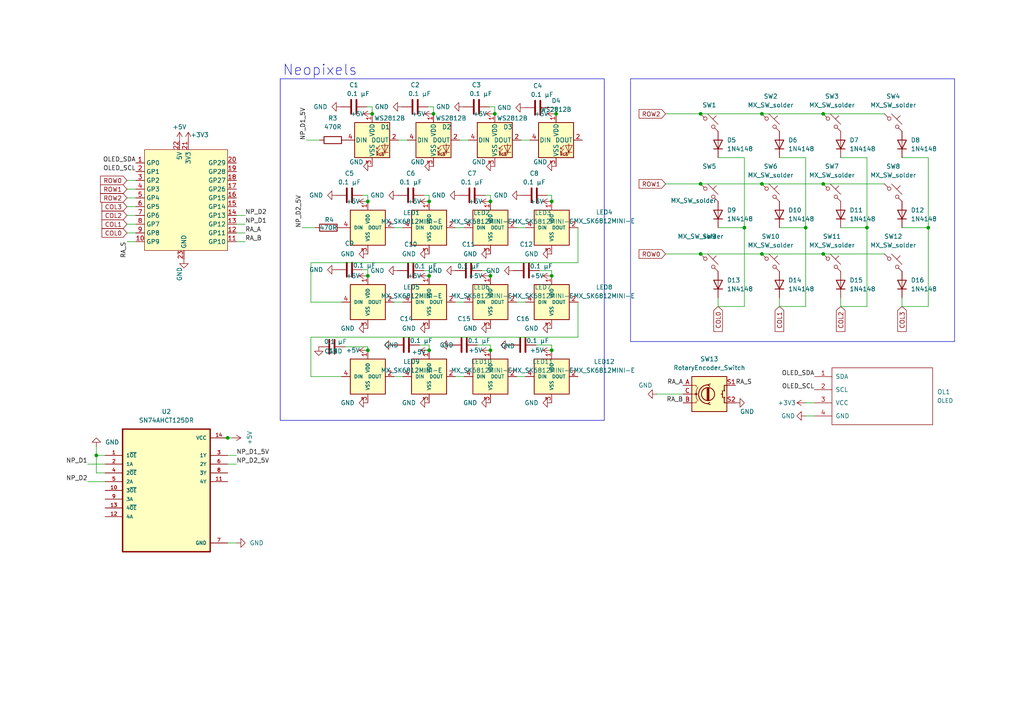
<source format=kicad_sch>
(kicad_sch (version 20230121) (generator eeschema)
  (paper "A4")
  (lib_symbols
    (symbol "Device:C" (pin_numbers hide) (pin_names (offset 0.254))
      (property "Reference" "C" (at 0.635 2.54 0))
      (property "Value" "C" (at 0.635 -2.54 0))
      (symbol "C_0_1"
        (polyline (pts (xy -2.032 -0.762) (xy 2.032 -0.762)) (stroke (width 0.508)))
        (polyline (pts (xy -2.032 0.762) (xy 2.032 0.762)) (stroke (width 0.508)))
      )
      (symbol "C_1_1"
        (pin passive line (at 0 3.81 270) (length 2.794) (name "~") (number "1"))
        (pin passive line (at 0 -3.81 90) (length 2.794) (name "~") (number "2"))
      )
    )
    (symbol "Device:R" (pin_numbers hide) (pin_names (offset 0))
      (property "Reference" "R" (at 2.032 0 90))
      (property "Value" "R" (at 0 0 90))
      (symbol "R_0_1"
        (rectangle (start -1.016 -2.54) (end 1.016 2.54) (stroke (width 0.254)))
      )
      (symbol "R_1_1"
        (pin passive line (at 0 3.81 270) (length 1.27) (name "~") (number "1"))
        (pin passive line (at 0 -3.81 90) (length 1.27) (name "~") (number "2"))
      )
    )
    (symbol "Device:RotaryEncoder_Switch" (pin_names (offset 0.254) hide)
      (property "Reference" "SW" (at 0 6.604 0))
      (property "Value" "RotaryEncoder_Switch" (at 0 -6.604 0))
      (symbol "RotaryEncoder_Switch_0_1"
        (rectangle (start -5.08 5.08) (end 5.08 -5.08) (stroke (width 0.254)) (fill (type background)))
        (circle (center -3.81 0) (radius 0.254) (fill (type outline)))
        (circle (center -0.381 0) (radius 1.905) (stroke (width 0.254)))
        (arc (start -0.381 2.667) (mid -3.0988 -0.0635) (end -0.381 -2.794) (stroke (width 0.254)))
        (polyline (pts (xy -0.635 -1.778) (xy -0.635 1.778)) (stroke (width 0.254)))
        (polyline (pts (xy -0.381 -1.778) (xy -0.381 1.778)) (stroke (width 0.254)))
        (polyline (pts (xy -0.127 1.778) (xy -0.127 -1.778)) (stroke (width 0.254)))
        (polyline (pts (xy 3.81 0) (xy 3.429 0)) (stroke (width 0.254)))
        (polyline (pts (xy 3.81 1.016) (xy 3.81 -1.016)) (stroke (width 0.254)))
        (polyline (pts (xy -5.08 -2.54) (xy -3.81 -2.54) (xy -3.81 -2.032)))
        (polyline (pts (xy -5.08 2.54) (xy -3.81 2.54) (xy -3.81 2.032)))
        (polyline (pts (xy 0.254 -3.048) (xy -0.508 -2.794) (xy 0.127 -2.413)) (stroke (width 0.254)))
        (polyline (pts (xy 0.254 2.921) (xy -0.508 2.667) (xy 0.127 2.286)) (stroke (width 0.254)))
        (polyline (pts (xy 5.08 -2.54) (xy 4.318 -2.54) (xy 4.318 -1.016)) (stroke (width 0.254)))
        (polyline (pts (xy 5.08 2.54) (xy 4.318 2.54) (xy 4.318 1.016)) (stroke (width 0.254)))
        (polyline (pts (xy -5.08 0) (xy -3.81 0) (xy -3.81 -1.016) (xy -3.302 -2.032)))
        (polyline (pts (xy -4.318 0) (xy -3.81 0) (xy -3.81 1.016) (xy -3.302 2.032)))
        (circle (center 4.318 -1.016) (radius 0.127) (stroke (width 0.254)))
        (circle (center 4.318 1.016) (radius 0.127) (stroke (width 0.254)))
      )
      (symbol "RotaryEncoder_Switch_1_1"
        (pin passive line (at -7.62 2.54 0) (length 2.54) (name "A") (number "A"))
        (pin passive line (at -7.62 -2.54 0) (length 2.54) (name "B") (number "B"))
        (pin passive line (at -7.62 0 0) (length 2.54) (name "C") (number "C"))
        (pin passive line (at 7.62 2.54 180) (length 2.54) (name "S1") (number "S1"))
        (pin passive line (at 7.62 -2.54 180) (length 2.54) (name "S2") (number "S2"))
      )
    )
    (symbol "Diode:1N4148" (pin_numbers hide) (pin_names hide)
      (property "Reference" "D" (at 0 2.54 0))
      (property "Value" "1N4148" (at 0 -2.54 0))
      (symbol "1N4148_0_1"
        (polyline (pts (xy -1.27 1.27) (xy -1.27 -1.27)) (stroke (width 0.254)))
        (polyline (pts (xy 1.27 0) (xy -1.27 0)))
        (polyline (pts (xy 1.27 1.27) (xy 1.27 -1.27) (xy -1.27 0) (xy 1.27 1.27)) (stroke (width 0.254)))
      )
      (symbol "1N4148_1_1"
        (pin passive line (at -3.81 0 0) (length 2.54) (name "K") (number "1"))
        (pin passive line (at 3.81 0 180) (length 2.54) (name "A") (number "2"))
      )
    )
    (symbol "LED:WS2812B" (pin_names (offset 0.254))
      (property "Reference" "D" (at 5.08 5.715 0))
      (property "Value" "WS2812B" (at 1.27 -5.715 0))
      (symbol "WS2812B_0_0"
        (text "RGB" (at 2.286 -4.191 0) (effects (font (size 0.762 0.762))))
      )
      (symbol "WS2812B_0_1"
        (polyline (pts (xy 1.27 -3.556) (xy 1.778 -3.556)))
        (polyline (pts (xy 1.27 -2.54) (xy 1.778 -2.54)))
        (polyline (pts (xy 4.699 -3.556) (xy 2.667 -3.556)))
        (polyline (pts (xy 2.286 -2.54) (xy 1.27 -3.556) (xy 1.27 -3.048)))
        (polyline (pts (xy 2.286 -1.524) (xy 1.27 -2.54) (xy 1.27 -2.032)))
        (polyline (pts (xy 3.683 -1.016) (xy 3.683 -3.556) (xy 3.683 -4.064)))
        (polyline (pts (xy 4.699 -1.524) (xy 2.667 -1.524) (xy 3.683 -3.556) (xy 4.699 -1.524)))
        (rectangle (start 5.08 5.08) (end -5.08 -5.08) (stroke (width 0.254)) (fill (type background)))
      )
      (symbol "WS2812B_1_1"
        (pin power_in line (at 0 7.62 270) (length 2.54) (name "VDD") (number "1"))
        (pin output line (at 7.62 0 180) (length 2.54) (name "DOUT") (number "2"))
        (pin power_in line (at 0 -7.62 90) (length 2.54) (name "VSS") (number "3"))
        (pin input line (at -7.62 0 0) (length 2.54) (name "DIN") (number "4"))
      )
    )
    (symbol "SN74AHCT125DR:SN74AHCT125DR" (pin_names (offset 1.016))
      (property "Reference" "U" (at -12.7 18.78 0))
      (property "Value" "SN74AHCT125DR" (at -12.7 -21.78 0))
      (symbol "SN74AHCT125DR_0_0"
        (rectangle (start -12.7 -17.78) (end 12.7 17.78) (stroke (width 0.41)) (fill (type background)))
        (pin input line (at -17.78 10.16 0) (length 5.08) (name "1~{OE}") (number "1"))
        (pin input line (at -17.78 0 0) (length 5.08) (name "3~{OE}") (number "10"))
        (pin output line (at 17.78 2.54 180) (length 5.08) (name "4Y") (number "11"))
        (pin input line (at -17.78 -7.62 0) (length 5.08) (name "4A") (number "12"))
        (pin input line (at -17.78 -5.08 0) (length 5.08) (name "4~{OE}") (number "13"))
        (pin power_in line (at 17.78 15.24 180) (length 5.08) (name "VCC") (number "14"))
        (pin input line (at -17.78 7.62 0) (length 5.08) (name "1A") (number "2"))
        (pin output line (at 17.78 10.16 180) (length 5.08) (name "1Y") (number "3"))
        (pin input line (at -17.78 5.08 0) (length 5.08) (name "2~{OE}") (number "4"))
        (pin input line (at -17.78 2.54 0) (length 5.08) (name "2A") (number "5"))
        (pin output line (at 17.78 7.62 180) (length 5.08) (name "2Y") (number "6"))
        (pin power_in line (at 17.78 -15.24 180) (length 5.08) (name "GND") (number "7"))
        (pin output line (at 17.78 5.08 180) (length 5.08) (name "3Y") (number "8"))
        (pin input line (at -17.78 -2.54 0) (length 5.08) (name "3A") (number "9"))
      )
    )
    (symbol "kbd:OLED" (pin_names (offset 1.016))
      (property "Reference" "OL" (at 0 2.54 0))
      (property "Value" "OLED" (at 0 -1.27 0))
      (symbol "OLED_0_1"
        (rectangle (start -13.97 8.89) (end 15.24 -7.62))
      )
      (symbol "OLED_1_1"
        (pin bidirectional line (at -19.05 6.35 0) (length 5.08) (name "SDA") (number "1"))
        (pin bidirectional line (at -19.05 2.54 0) (length 5.08) (name "SCL") (number "2"))
        (pin power_in line (at -19.05 -1.27 0) (length 5.08) (name "VCC") (number "3"))
        (pin power_in line (at -19.05 -5.08 0) (length 5.08) (name "GND") (number "4"))
      )
    )
    (symbol "kbd:YS-SK6812MINI-E" (pin_names (offset 1.016))
      (property "Reference" "LED" (at 2.54 -7.62 0))
      (property "Value" "YS-SK6812MINI-E" (at 6.35 -6.35 0))
      (symbol "YS-SK6812MINI-E_0_1"
        (rectangle (start -5.08 5.08) (end 5.08 -5.08) (stroke (width 0.254)) (fill (type background)))
      )
      (symbol "YS-SK6812MINI-E_1_1"
        (pin power_in line (at 0 7.62 270) (length 2.54) (name "VDD") (number "1"))
        (pin output line (at 7.62 0 180) (length 2.54) (name "DOUT") (number "2"))
        (pin power_in line (at 0 -7.62 90) (length 2.54) (name "VSS") (number "3"))
        (pin input line (at -7.62 0 0) (length 2.54) (name "DIN") (number "4"))
      )
    )
    (symbol "marbastlib-mx:MX_SW_solder" (pin_numbers hide) (pin_names (offset 1.016) hide)
      (property "Reference" "SW" (at 3.048 1.016 0))
      (property "Value" "MX_SW_solder" (at 0 -3.81 0))
      (symbol "MX_SW_solder_0_1"
        (circle (center -1.1684 1.1684) (radius 0.508))
        (polyline (pts (xy -0.508 2.54) (xy 2.54 -0.508)))
        (polyline (pts (xy 1.016 1.016) (xy 2.032 2.032)))
        (polyline (pts (xy -2.54 2.54) (xy -1.524 1.524) (xy -1.524 1.524)))
        (polyline (pts (xy 1.524 -1.524) (xy 2.54 -2.54) (xy 2.54 -2.54) (xy 2.54 -2.54)))
        (circle (center 1.143 -1.1938) (radius 0.508))
        (pin passive line (at -2.54 2.54 0) (length 0) (name "1") (number "1"))
        (pin passive line (at 2.54 -2.54 180) (length 0) (name "2") (number "2"))
      )
    )
    (symbol "power:+3V3" (power) (pin_names (offset 0))
      (property "Value" "+3V3" (at 0 3.556 0))
      (symbol "+3V3_0_1"
        (polyline (pts (xy -0.762 1.27) (xy 0 2.54)))
        (polyline (pts (xy 0 0) (xy 0 2.54)))
        (polyline (pts (xy 0 2.54) (xy 0.762 1.27)))
      )
      (symbol "+3V3_1_1"
        (pin power_in line (at 0 0 90) (length 0) hide (name "+3V3") (number "1"))
      )
    )
    (symbol "power:+5V" (power) (pin_names (offset 0))
      (property "Value" "+5V" (at 0 3.556 0))
      (symbol "+5V_0_1"
        (polyline (pts (xy -0.762 1.27) (xy 0 2.54)))
        (polyline (pts (xy 0 0) (xy 0 2.54)))
        (polyline (pts (xy 0 2.54) (xy 0.762 1.27)))
      )
      (symbol "+5V_1_1"
        (pin power_in line (at 0 0 90) (length 0) hide (name "+5V") (number "1"))
      )
    )
    (symbol "power:GND" (power) (pin_names (offset 0))
      (property "Value" "GND" (at 0 -3.81 0))
      (symbol "GND_0_1"
        (polyline (pts (xy 0 0) (xy 0 -1.27) (xy 1.27 -1.27) (xy 0 -2.54) (xy -1.27 -1.27) (xy 0 -1.27)))
      )
      (symbol "GND_1_1"
        (pin power_in line (at 0 0 270) (length 0) hide (name "GND") (number "1"))
      )
    )
    (symbol "rp2040-zero:RP2040-Zero"
      (property "Reference" "RZ" (at 0 0 0))
      (property "Value" "RP2040-Zero" (at 0 -2.54 0))
      (symbol "RP2040-Zero_0_1"
        (rectangle (start -11.43 -15.24) (end 12.7 13.97) (fill (type background)))
      )
      (symbol "RP2040-Zero_1_1"
        (pin bidirectional line (at -13.97 10.16 0) (length 2.54) (name "GP0") (number "1"))
        (pin bidirectional line (at -13.97 -12.7 0) (length 2.54) (name "GP9") (number "10"))
        (pin bidirectional line (at 15.24 -12.7 180) (length 2.54) (name "GP10") (number "11"))
        (pin bidirectional line (at 15.24 -10.16 180) (length 2.54) (name "GP11") (number "12"))
        (pin bidirectional line (at 15.24 -7.62 180) (length 2.54) (name "GP12") (number "13"))
        (pin bidirectional line (at 15.24 -5.08 180) (length 2.54) (name "GP13") (number "14"))
        (pin bidirectional line (at 15.24 -2.54 180) (length 2.54) (name "GP14") (number "15"))
        (pin bidirectional line (at 15.24 0 180) (length 2.54) (name "GP15") (number "16"))
        (pin bidirectional line (at 15.24 2.54 180) (length 2.54) (name "GP26") (number "17"))
        (pin bidirectional line (at 15.24 5.08 180) (length 2.54) (name "GP27") (number "18"))
        (pin bidirectional line (at 15.24 7.62 180) (length 2.54) (name "GP28") (number "19"))
        (pin bidirectional line (at -13.97 7.62 0) (length 2.54) (name "GP1") (number "2"))
        (pin bidirectional line (at 15.24 10.16 180) (length 2.54) (name "GP29") (number "20"))
        (pin power_in line (at 1.27 16.51 270) (length 2.54) (name "3V3") (number "21"))
        (pin power_in line (at -1.27 16.51 270) (length 2.54) (name "5V") (number "22"))
        (pin power_in line (at 0 -17.78 90) (length 2.54) (name "GND") (number "23"))
        (pin bidirectional line (at -13.97 5.08 0) (length 2.54) (name "GP2") (number "3"))
        (pin bidirectional line (at -13.97 2.54 0) (length 2.54) (name "GP3") (number "4"))
        (pin bidirectional line (at -13.97 0 0) (length 2.54) (name "GP4") (number "5"))
        (pin bidirectional line (at -13.97 -2.54 0) (length 2.54) (name "GP5") (number "6"))
        (pin bidirectional line (at -13.97 -5.08 0) (length 2.54) (name "GP6") (number "7"))
        (pin bidirectional line (at -13.97 -7.62 0) (length 2.54) (name "GP7") (number "8"))
        (pin bidirectional line (at -13.97 -10.16 0) (length 2.54) (name "GP8") (number "9"))
      )
    )
  )
  (junction (at 203.2 33.02))
  (junction (at 220.98 73.66))
  (junction (at 125.73 33.02))
  (junction (at 238.76 73.66))
  (junction (at 142.24 80.01))
  (junction (at 160.02 58.42))
  (junction (at 124.46 58.42))
  (junction (at 161.29 33.02))
  (junction (at 233.68 66.04))
  (junction (at 106.68 58.42))
  (junction (at 160.02 80.01))
  (junction (at 215.9 66.04))
  (junction (at 124.46 101.6))
  (junction (at 160.02 101.6))
  (junction (at 106.68 101.6))
  (junction (at 269.24 66.04))
  (junction (at 106.68 80.01))
  (junction (at 107.95 33.02))
  (junction (at 124.46 80.01))
  (junction (at 251.46 66.04))
  (junction (at 238.76 53.34))
  (junction (at 203.2 73.66))
  (junction (at 203.2 53.34))
  (junction (at 238.76 33.02))
  (junction (at 142.24 58.42))
  (junction (at 66.04 127))
  (junction (at 142.24 101.6))
  (junction (at 143.51 33.02))
  (junction (at 220.98 53.34))
  (junction (at 220.98 33.02))
  (junction (at 27.94 132.08))
  (wire (pts (xy 90.17 87.63) (xy 99.06 87.63)))
  (wire (pts (xy 90.17 97.79) (xy 90.17 109.22)))
  (wire (pts (xy 193.04 53.34) (xy 203.2 53.34)))
  (wire (pts (xy 220.98 53.34) (xy 238.76 53.34)))
  (wire (pts (xy 115.57 40.64) (xy 118.11 40.64)))
  (wire (pts (xy 233.68 120.65) (xy 236.22 120.65)))
  (wire (pts (xy 251.46 45.72) (xy 251.46 66.04)))
  (wire (pts (xy 220.98 33.02) (xy 238.76 33.02)))
  (wire (pts (xy 160.02 100.076) (xy 160.02 101.6)))
  (wire (pts (xy 158.75 56.642) (xy 160.02 56.642)))
  (wire (pts (xy 149.86 87.63) (xy 152.4 87.63)))
  (wire (pts (xy 269.24 88.9) (xy 261.62 88.9)))
  (wire (pts (xy 226.06 45.72) (xy 233.68 45.72)))
  (wire (pts (xy 90.17 109.22) (xy 99.06 109.22)))
  (wire (pts (xy 151.13 40.64) (xy 153.67 40.64)))
  (wire (pts (xy 203.2 33.02) (xy 220.98 33.02)))
  (wire (pts (xy 106.68 56.642) (xy 106.68 58.42)))
  (wire (pts (xy 251.46 88.9) (xy 243.84 88.9)))
  (wire (pts (xy 243.84 66.04) (xy 251.46 66.04)))
  (wire (pts (xy 132.08 87.63) (xy 134.62 87.63)))
  (wire (pts (xy 261.62 66.04) (xy 269.24 66.04)))
  (wire (pts (xy 233.68 66.04) (xy 233.68 88.9)))
  (wire (pts (xy 114.3 109.22) (xy 116.84 109.22)))
  (wire (pts (xy 125.73 30.988) (xy 125.73 33.02)))
  (wire (pts (xy 100.076 100.584) (xy 106.68 100.584)))
  (wire (pts (xy 160.02 78.486) (xy 160.02 80.01)))
  (wire (pts (xy 66.04 134.62) (xy 68.58 134.62)))
  (wire (pts (xy 30.48 132.08) (xy 27.94 132.08)))
  (wire (pts (xy 124.206 30.988) (xy 125.73 30.988)))
  (wire (pts (xy 140.716 56.642) (xy 142.24 56.642)))
  (wire (pts (xy 233.68 116.84) (xy 236.22 116.84)))
  (wire (pts (xy 106.68 100.584) (xy 106.68 101.6)))
  (wire (pts (xy 90.17 76.2) (xy 90.17 87.63)))
  (wire (pts (xy 142.24 100.076) (xy 142.24 101.6)))
  (wire (pts (xy 36.83 59.944) (xy 39.37 59.944)))
  (wire (pts (xy 36.83 65.024) (xy 39.37 65.024)))
  (wire (pts (xy 141.986 30.988) (xy 143.51 30.988)))
  (wire (pts (xy 36.83 52.324) (xy 39.37 52.324)))
  (wire (pts (xy 132.08 109.22) (xy 134.62 109.22)))
  (wire (pts (xy 238.76 53.34) (xy 256.54 53.34)))
  (wire (pts (xy 190.5 114.3) (xy 198.12 114.3)))
  (wire (pts (xy 124.46 78.486) (xy 124.46 80.01)))
  (wire (pts (xy 36.83 62.484) (xy 39.37 62.484)))
  (wire (pts (xy 167.64 66.04) (xy 167.64 76.2)))
  (wire (pts (xy 87.63 66.04) (xy 91.44 66.04)))
  (wire (pts (xy 269.24 45.72) (xy 269.24 66.04)))
  (polyline (pts (xy 182.88 22.86) (xy 276.86 22.86)))
  (wire (pts (xy 233.68 88.9) (xy 226.06 88.9)))
  (wire (pts (xy 105.156 78.232) (xy 106.68 78.232)))
  (polyline (pts (xy 81.28 22.86) (xy 175.26 22.86)))
  (wire (pts (xy 124.46 56.642) (xy 124.46 58.42)))
  (wire (pts (xy 167.64 87.63) (xy 167.64 97.79)))
  (wire (pts (xy 66.04 127) (xy 67.31 127)))
  (wire (pts (xy 149.86 109.22) (xy 152.4 109.22)))
  (wire (pts (xy 208.28 86.36) (xy 208.28 88.9)))
  (wire (pts (xy 238.76 33.02) (xy 256.54 33.02)))
  (wire (pts (xy 142.24 56.642) (xy 142.24 58.42)))
  (wire (pts (xy 27.94 132.08) (xy 27.94 137.16)))
  (wire (pts (xy 261.62 45.72) (xy 269.24 45.72)))
  (polyline (pts (xy 182.88 22.86) (xy 182.88 99.06)))
  (wire (pts (xy 106.426 30.988) (xy 107.95 30.988)))
  (wire (pts (xy 203.2 53.34) (xy 220.98 53.34)))
  (wire (pts (xy 243.84 86.36) (xy 243.84 88.9)))
  (wire (pts (xy 233.68 45.72) (xy 233.68 66.04)))
  (polyline (pts (xy 81.28 121.92) (xy 175.26 121.92)))
  (wire (pts (xy 149.86 66.04) (xy 152.4 66.04)))
  (wire (pts (xy 66.04 132.08) (xy 68.58 132.08)))
  (wire (pts (xy 133.35 40.64) (xy 135.89 40.64)))
  (wire (pts (xy 215.9 45.72) (xy 215.9 66.04)))
  (wire (pts (xy 167.64 97.79) (xy 90.17 97.79)))
  (wire (pts (xy 124.46 100.076) (xy 124.46 101.6)))
  (wire (pts (xy 155.448 100.076) (xy 160.02 100.076)))
  (wire (pts (xy 167.64 76.2) (xy 90.17 76.2)))
  (wire (pts (xy 138.43 100.076) (xy 142.24 100.076)))
  (wire (pts (xy 159.766 31.242) (xy 161.29 31.242)))
  (wire (pts (xy 226.06 66.04) (xy 233.68 66.04)))
  (wire (pts (xy 71.12 62.484) (xy 68.58 62.484)))
  (wire (pts (xy 107.95 30.988) (xy 107.95 33.02)))
  (wire (pts (xy 160.02 56.642) (xy 160.02 58.42)))
  (wire (pts (xy 121.666 100.076) (xy 124.46 100.076)))
  (wire (pts (xy 25.4 139.7) (xy 30.48 139.7)))
  (wire (pts (xy 36.83 67.564) (xy 39.37 67.564)))
  (wire (pts (xy 71.12 65.024) (xy 68.58 65.024)))
  (wire (pts (xy 68.58 67.564) (xy 71.12 67.564)))
  (wire (pts (xy 27.94 137.16) (xy 30.48 137.16)))
  (wire (pts (xy 238.76 73.66) (xy 256.54 73.66)))
  (wire (pts (xy 261.62 86.36) (xy 261.62 88.9)))
  (wire (pts (xy 208.28 66.04) (xy 215.9 66.04)))
  (wire (pts (xy 27.94 129.54) (xy 27.94 132.08)))
  (wire (pts (xy 122.936 56.642) (xy 124.46 56.642)))
  (wire (pts (xy 66.04 157.48) (xy 68.58 157.48)))
  (wire (pts (xy 68.58 70.104) (xy 71.12 70.104)))
  (wire (pts (xy 143.51 30.988) (xy 143.51 33.02)))
  (wire (pts (xy 156.464 78.486) (xy 160.02 78.486)))
  (wire (pts (xy 114.3 66.04) (xy 116.84 66.04)))
  (polyline (pts (xy 276.86 99.06) (xy 182.88 99.06)))
  (wire (pts (xy 36.83 54.864) (xy 39.37 54.864)))
  (wire (pts (xy 64.77 127) (xy 66.04 127)))
  (wire (pts (xy 142.24 78.486) (xy 142.24 80.01)))
  (wire (pts (xy 215.9 88.9) (xy 208.28 88.9)))
  (wire (pts (xy 161.29 31.242) (xy 161.29 33.02)))
  (wire (pts (xy 25.4 134.62) (xy 30.48 134.62)))
  (wire (pts (xy 251.46 66.04) (xy 251.46 88.9)))
  (wire (pts (xy 193.04 73.66) (xy 203.2 73.66)))
  (wire (pts (xy 132.08 66.04) (xy 134.62 66.04)))
  (wire (pts (xy 203.2 73.66) (xy 220.98 73.66)))
  (wire (pts (xy 139.7 78.486) (xy 142.24 78.486)))
  (wire (pts (xy 88.9 40.64) (xy 92.71 40.64)))
  (wire (pts (xy 122.936 78.486) (xy 124.46 78.486)))
  (wire (pts (xy 39.37 70.104) (xy 36.83 70.104)))
  (wire (pts (xy 193.04 33.02) (xy 203.2 33.02)))
  (wire (pts (xy 114.3 87.63) (xy 116.84 87.63)))
  (wire (pts (xy 215.9 66.04) (xy 215.9 88.9)))
  (wire (pts (xy 220.98 73.66) (xy 238.76 73.66)))
  (polyline (pts (xy 276.86 22.86) (xy 276.86 99.06)))
  (wire (pts (xy 208.28 45.72) (xy 215.9 45.72)))
  (wire (pts (xy 226.06 86.36) (xy 226.06 88.9)))
  (wire (pts (xy 105.156 56.642) (xy 106.68 56.642)))
  (polyline (pts (xy 175.26 22.86) (xy 175.26 121.92)))
  (wire (pts (xy 36.83 57.404) (xy 39.37 57.404)))
  (wire (pts (xy 106.68 78.232) (xy 106.68 80.01)))
  (wire (pts (xy 269.24 66.04) (xy 269.24 88.9)))
  (wire (pts (xy 243.84 45.72) (xy 251.46 45.72)))
  (polyline (pts (xy 81.28 22.86) (xy 81.28 121.92)))
  (text "Neopixels" (at 81.915 22.225 0) (effects (font (size 3 3)) (justify left bottom)))
  (label "RA_S" (at 36.83 70.104 270))
  (label "NP_D1" (at 71.12 65.024 0))
  (label "RA_S" (at 213.36 111.76 0))
  (label "NP_D1_5V" (at 68.58 132.08 0))
  (label "RA_A" (at 198.12 111.76 180))
  (label "NP_D2_5V" (at 68.58 134.62 0))
  (label "OLED_SDA" (at 236.22 109.22 180))
  (label "RA_B" (at 198.12 116.84 180))
  (label "OLED_SDA" (at 39.37 47.244 180))
  (label "NP_D2_5V" (at 87.63 66.04 90))
  (label "RA_B" (at 71.12 70.104 0))
  (label "OLED_SCL" (at 236.22 113.03 180))
  (label "NP_D2" (at 25.4 139.7 180))
  (label "OLED_SCL" (at 39.37 49.784 180))
  (label "NP_D2" (at 71.12 62.484 0))
  (label "NP_D1" (at 25.4 134.62 180))
  (label "RA_A" (at 71.12 67.564 0))
  (label "NP_D1_5V" (at 88.9 40.64 90))
  (global_label "COL3" (shape input) (at 36.83 59.944 180) (property "Intersheetrefs" "${INTERSHEET_REFS}" (effects hide)))
  (global_label "COL3" (shape input) (at 261.62 88.9 270) (property "Intersheetrefs" "${INTERSHEET_REFS}" (effects hide)))
  (global_label "ROW0" (shape input) (at 193.04 73.66 180) (property "Intersheetrefs" "${INTERSHEET_REFS}" (effects hide)))
  (global_label "COL2" (shape input) (at 36.83 62.484 180) (property "Intersheetrefs" "${INTERSHEET_REFS}" (effects hide)))
  (global_label "COL0" (shape input) (at 208.28 88.9 270) (property "Intersheetrefs" "${INTERSHEET_REFS}" (effects hide)))
  (global_label "ROW0" (shape input) (at 36.83 52.324 180) (property "Intersheetrefs" "${INTERSHEET_REFS}" (effects hide)))
  (global_label "ROW1" (shape input) (at 193.04 53.34 180) (property "Intersheetrefs" "${INTERSHEET_REFS}" (effects hide)))
  (global_label "COL0" (shape input) (at 36.83 67.564 180) (property "Intersheetrefs" "${INTERSHEET_REFS}" (effects hide)))
  (global_label "ROW1" (shape input) (at 36.83 54.864 180) (property "Intersheetrefs" "${INTERSHEET_REFS}" (effects hide)))
  (global_label "ROW2" (shape input) (at 193.04 33.02 180) (property "Intersheetrefs" "${INTERSHEET_REFS}" (effects hide)))
  (global_label "COL1" (shape input) (at 36.83 65.024 180) (property "Intersheetrefs" "${INTERSHEET_REFS}" (effects hide)))
  (global_label "ROW2" (shape input) (at 36.83 57.404 180) (property "Intersheetrefs" "${INTERSHEET_REFS}" (effects hide)))
  (global_label "COL1" (shape input) (at 226.06 88.9 270) (property "Intersheetrefs" "${INTERSHEET_REFS}" (effects hide)))
  (global_label "COL2" (shape input) (at 243.84 88.9 270) (property "Intersheetrefs" "${INTERSHEET_REFS}" (effects hide)))
  (symbol (lib_id "power:+5V") (at 106.68 101.6 90) (unit 1)
    (property "Reference" "#PWR0125" (effects hide))
    (property "Value" "+5V" (at 102.362 101.6 90))
  )
  (symbol (lib_id "power:GND") (at 68.58 157.48 90) (unit 1)
    (property "Reference" "#PWR054" (effects hide))
    (property "Value" "GND" (at 72.39 157.4799 90) (effects (justify right)))
  )
  (symbol (lib_id "power:GND") (at 160.02 116.84 270) (unit 1)
    (property "Reference" "#PWR048" (effects hide))
    (property "Value" "GND" (at 156.21 116.8399 90) (effects (justify right)))
  )
  (symbol (lib_id "power:GND") (at 142.24 73.66 270) (unit 1)
    (property "Reference" "#PWR025" (effects hide))
    (property "Value" "GND" (at 138.43 73.6599 90) (effects (justify right)))
  )
  (symbol (lib_id "Device:C") (at 152.654 78.486 90) (unit 1)
    (property "Reference" "C12" (at 152.654 70.866 90))
    (property "Value" "0.1 µF" (at 156.972 77.216 90))
    (property "Footprint" "Capacitor_SMD:C_0603_1608Metric" (effects hide))
  )
  (symbol (lib_id "power:+5V") (at 142.24 58.42 90) (unit 1)
    (property "Reference" "#PWR0108" (effects hide))
    (property "Value" "+5V" (at 137.922 58.42 90))
  )
  (symbol (lib_id "power:+5V") (at 52.07 40.894 0) (unit 1)
    (property "Reference" "#PWR01" (effects hide))
    (property "Value" "+5V" (at 52.07 36.83 0))
  )
  (symbol (lib_id "Device:C") (at 138.176 30.988 90) (unit 1)
    (property "Reference" "C3" (at 138.176 24.638 90))
    (property "Value" "0.1 µF" (at 139.446 27.178 90))
    (property "Footprint" "Capacitor_SMD:C_0603_1608Metric" (effects hide))
  )
  (symbol (lib_id "Device:R") (at 95.25 66.04 90) (unit 1)
    (property "Reference" "R4" (at 95.504 63.754 90))
    (property "Value" "470R" (at 95.25 66.04 90))
    (property "Footprint" "Resistor_SMD:R_0603_1608Metric" (effects hide))
  )
  (symbol (lib_id "power:+5V") (at 124.46 58.42 90) (unit 1)
    (property "Reference" "#PWR0109" (effects hide))
    (property "Value" "+5V" (at 120.142 58.42 90))
  )
  (symbol (lib_id "Diode:1N4148") (at 208.28 82.55 90) (unit 1)
    (property "Reference" "D13" (at 210.82 81.2799 90) (effects (justify right)))
    (property "Value" "1N4148" (at 210.82 83.8199 90) (effects (justify right)))
    (property "Footprint" "Diode_THT:D_DO-35_SOD27_P7.62mm_Horizontal" (effects hide))
    (property "Datasheet" "https://assets.nexperia.com/documents/data-sheet/1N4148_1N4448.pdf" (effects hide))
  )
  (symbol (lib_id "marbastlib-mx:MX_SW_solder") (at 241.3 35.56 0) (unit 1)
    (property "Reference" "SW3" (at 241.3 27.94 0))
    (property "Value" "MX_SW_solder" (at 241.3 30.48 0))
    (property "Footprint" "kbd:MX_ALPS_PG1350_noLed" (effects hide))
  )
  (symbol (lib_id "power:GND") (at 106.68 95.25 270) (unit 1)
    (property "Reference" "#PWR034" (effects hide))
    (property "Value" "GND" (at 102.87 95.2499 90) (effects (justify right)))
  )
  (symbol (lib_id "power:GND") (at 97.536 78.232 270) (unit 1)
    (property "Reference" "#PWR0123" (effects hide))
    (property "Value" "GND" (at 93.726 78.2319 90) (effects (justify right)))
  )
  (symbol (lib_id "power:GND") (at 160.02 73.66 270) (unit 1)
    (property "Reference" "#PWR026" (effects hide))
    (property "Value" "GND" (at 156.21 73.6599 90) (effects (justify right)))
  )
  (symbol (lib_id "Diode:1N4148") (at 243.84 62.23 90) (unit 1)
    (property "Reference" "D11" (at 246.38 60.9599 90) (effects (justify right)))
    (property "Value" "1N4148" (at 246.38 63.4999 90) (effects (justify right)))
    (property "Footprint" "Diode_THT:D_DO-35_SOD27_P7.62mm_Horizontal" (effects hide))
    (property "Datasheet" "https://assets.nexperia.com/documents/data-sheet/1N4148_1N4448.pdf" (effects hide))
  )
  (symbol (lib_id "power:GND") (at 130.81 100.076 270) (unit 1)
    (property "Reference" "#PWR0128" (effects hide))
    (property "Value" "GND" (at 131.572 100.076 90) (effects (justify right)))
  )
  (symbol (lib_id "Diode:1N4148") (at 226.06 82.55 90) (unit 1)
    (property "Reference" "D14" (at 228.6 81.2799 90) (effects (justify right)))
    (property "Value" "1N4148" (at 228.6 83.8199 90) (effects (justify right)))
    (property "Footprint" "Diode_THT:D_DO-35_SOD27_P7.62mm_Horizontal" (effects hide))
    (property "Datasheet" "https://assets.nexperia.com/documents/data-sheet/1N4148_1N4448.pdf" (effects hide))
  )
  (symbol (lib_id "Diode:1N4148") (at 261.62 41.91 90) (unit 1)
    (property "Reference" "D8" (at 264.16 40.6399 90) (effects (justify right)))
    (property "Value" "1N4148" (at 264.16 43.1799 90) (effects (justify right)))
    (property "Footprint" "Diode_THT:D_DO-35_SOD27_P7.62mm_Horizontal" (effects hide))
    (property "Datasheet" "https://assets.nexperia.com/documents/data-sheet/1N4148_1N4448.pdf" (effects hide))
  )
  (symbol (lib_id "power:GND") (at 116.586 30.988 270) (unit 1)
    (property "Reference" "#PWR0117" (effects hide))
    (property "Value" "GND" (at 112.776 30.9879 90) (effects (justify right)))
  )
  (symbol (lib_id "LED:WS2812B") (at 107.95 40.64 0) (unit 1)
    (property "Reference" "D1" (at 111.76 36.83 0))
    (property "Value" "WS2812B" (at 113.03 34.29 0))
    (property "Footprint" "LED_SMD:LED_WS2812B_PLCC4_5.0x5.0mm_P3.2mm" (effects hide))
    (property "Datasheet" "https://cdn-shop.adafruit.com/datasheets/WS2812B.pdf" (effects hide))
  )
  (symbol (lib_id "power:GND") (at 142.24 116.84 270) (unit 1)
    (property "Reference" "#PWR047" (effects hide))
    (property "Value" "GND" (at 138.43 116.8399 90) (effects (justify right)))
  )
  (symbol (lib_id "power:GND") (at 142.24 95.25 270) (unit 1)
    (property "Reference" "#PWR036" (effects hide))
    (property "Value" "GND" (at 138.43 95.2499 90) (effects (justify right)))
  )
  (symbol (lib_id "Diode:1N4148") (at 208.28 62.23 90) (unit 1)
    (property "Reference" "D9" (at 210.82 60.9599 90) (effects (justify right)))
    (property "Value" "1N4148" (at 210.82 63.4999 90) (effects (justify right)))
    (property "Footprint" "Diode_THT:D_DO-35_SOD27_P7.62mm_Horizontal" (effects hide))
    (property "Datasheet" "https://assets.nexperia.com/documents/data-sheet/1N4148_1N4448.pdf" (effects hide))
  )
  (symbol (lib_id "marbastlib-mx:MX_SW_solder") (at 241.3 76.2 0) (unit 1)
    (property "Reference" "SW11" (at 241.3 68.58 0))
    (property "Value" "MX_SW_solder" (at 241.3 71.12 0))
    (property "Footprint" "kbd:MX_ALPS_PG1350_noLed" (effects hide))
  )
  (symbol (lib_id "Device:C") (at 155.956 31.242 90) (unit 1)
    (property "Reference" "C4" (at 155.956 24.892 90))
    (property "Value" "0.1 µF" (at 157.226 27.432 90))
    (property "Footprint" "Capacitor_SMD:C_0603_1608Metric" (effects hide))
  )
  (symbol (lib_id "Device:R") (at 96.52 40.64 90) (unit 1)
    (property "Reference" "R3" (at 96.52 34.29 90))
    (property "Value" "470R" (at 96.52 36.83 90))
    (property "Footprint" "Resistor_SMD:R_0603_1608Metric" (effects hide))
  )
  (symbol (lib_id "rp2040-zero:RP2040-Zero") (at 53.34 57.404 0) (unit 1)
    (property "Reference" "U1" (effects hide))
    (property "Value" "PicoW" (effects hide))
    (property "Footprint" "RP2040-Zero:RP2040-Zero" (effects hide))
  )
  (symbol (lib_id "Device:C") (at 119.126 56.642 90) (unit 1)
    (property "Reference" "C6" (at 119.126 50.292 90))
    (property "Value" "0.1 µF" (at 119.126 52.832 90))
    (property "Footprint" "Capacitor_SMD:C_0603_1608Metric" (effects hide))
  )
  (symbol (lib_id "marbastlib-mx:MX_SW_solder") (at 223.52 76.2 0) (unit 1)
    (property "Reference" "SW10" (at 223.52 68.58 0))
    (property "Value" "MX_SW_solder" (at 223.52 71.12 0))
    (property "Footprint" "kbd:MX_ALPS_PG1350_noLed" (effects hide))
  )
  (symbol (lib_id "marbastlib-mx:MX_SW_solder") (at 205.74 76.2 0) (unit 1)
    (property "Reference" "SW9" (at 205.74 68.58 0))
    (property "Value" "MX_SW_solder" (at 203.2 68.58 0))
    (property "Footprint" "kbd:MX_ALPS_PG1350_noLed" (effects hide))
  )
  (symbol (lib_id "power:GND") (at 213.36 116.84 90) (unit 1)
    (property "Reference" "#PWR049" (effects hide))
    (property "Value" "GND" (at 214.63 119.38 90) (effects (justify right)))
  )
  (symbol (lib_id "marbastlib-mx:MX_SW_solder") (at 259.08 35.56 0) (unit 1)
    (property "Reference" "SW4" (at 259.08 27.94 0))
    (property "Value" "MX_SW_solder" (at 259.08 30.48 0))
    (property "Footprint" "kbd:MX_ALPS_PG1350_noLed" (effects hide))
  )
  (symbol (lib_id "SN74AHCT125DR:SN74AHCT125DR") (at 48.26 142.24 0) (unit 1)
    (property "Reference" "U2" (at 48.26 119.38 0))
    (property "Value" "SN74AHCT125DR" (at 48.26 121.92 0))
    (property "Footprint" "SN74AHCT125DR:SOIC127P600X175-14N" (effects hide))
  )
  (symbol (lib_id "Device:C") (at 135.89 78.486 90) (unit 1)
    (property "Reference" "C11" (at 135.89 70.866 90))
    (property "Value" "0.1 µF" (at 135.89 77.216 90))
    (property "Footprint" "Capacitor_SMD:C_0603_1608Metric" (effects hide))
  )
  (symbol (lib_id "power:+5V") (at 161.29 33.02 90) (unit 1)
    (property "Reference" "#PWR0116" (effects hide))
    (property "Value" "+5V" (at 156.972 33.02 90))
  )
  (symbol (lib_id "marbastlib-mx:MX_SW_solder") (at 223.52 35.56 0) (unit 1)
    (property "Reference" "SW2" (at 223.52 27.94 0))
    (property "Value" "MX_SW_solder" (at 223.52 30.48 0))
    (property "Footprint" "kbd:MX_ALPS_PG1350_noLed" (effects hide))
  )
  (symbol (lib_id "kbd:YS-SK6812MINI-E") (at 124.46 66.04 0) (unit 1)
    (property "Reference" "LED2" (at 139.7 61.7093 0))
    (property "Value" "MX_SK6812MINI-E" (at 139.7 64.2493 0))
    (property "Footprint" "Keebio-Parts:SK6812-MINI-E" (effects hide))
  )
  (symbol (lib_id "kbd:YS-SK6812MINI-E") (at 142.24 109.22 0) (unit 1)
    (property "Reference" "LED11" (at 157.48 104.8893 0))
    (property "Value" "MX_SK6812MINI-E" (at 157.48 107.4293 0))
    (property "Footprint" "Keebio-Parts:SK6812-MINI-E" (effects hide))
  )
  (symbol (lib_id "power:GND") (at 132.08 78.486 270) (unit 1)
    (property "Reference" "#PWR0127" (effects hide))
    (property "Value" "GND" (at 128.27 78.4859 90) (effects (justify right)))
  )
  (symbol (lib_id "LED:WS2812B") (at 143.51 40.64 0) (unit 1)
    (property "Reference" "D3" (at 147.32 36.83 0))
    (property "Value" "WS2812B" (at 148.59 34.29 0))
    (property "Footprint" "LED_SMD:LED_WS2812B_PLCC4_5.0x5.0mm_P3.2mm" (effects hide))
    (property "Datasheet" "https://cdn-shop.adafruit.com/datasheets/WS2812B.pdf" (effects hide))
  )
  (symbol (lib_id "kbd:YS-SK6812MINI-E") (at 106.68 109.22 0) (unit 1)
    (property "Reference" "LED9" (at 119.38 104.8893 0))
    (property "Value" "MX_SK6812MINI-E" (at 119.38 107.4293 0))
    (property "Footprint" "Keebio-Parts:SK6812-MINI-E" (effects hide))
  )
  (symbol (lib_id "Device:C") (at 96.266 100.584 90) (unit 1)
    (property "Reference" "C13" (at 96.012 101.854 90))
    (property "Value" "0.1 µF" (at 97.282 99.06 90))
    (property "Footprint" "Capacitor_SMD:C_0603_1608Metric" (effects hide))
  )
  (symbol (lib_id "Device:C") (at 101.346 78.232 90) (unit 1)
    (property "Reference" "C9" (at 101.346 70.612 90))
    (property "Value" "0.1 µF" (at 105.664 76.962 90))
    (property "Footprint" "Capacitor_SMD:C_0603_1608Metric" (effects hide))
  )
  (symbol (lib_id "power:+5V") (at 107.95 33.02 90) (unit 1)
    (property "Reference" "#PWR0101" (effects hide))
    (property "Value" "+5V" (at 103.632 33.02 90))
  )
  (symbol (lib_id "kbd:YS-SK6812MINI-E") (at 106.68 87.63 0) (unit 1)
    (property "Reference" "LED5" (at 119.38 83.2993 0))
    (property "Value" "MX_SK6812MINI-E" (at 119.38 85.8393 0))
    (property "Footprint" "Keebio-Parts:SK6812-MINI-E" (effects hide))
  )
  (symbol (lib_id "kbd:YS-SK6812MINI-E") (at 124.46 109.22 0) (unit 1)
    (property "Reference" "LED10" (at 139.7 104.8893 0))
    (property "Value" "MX_SK6812MINI-E" (at 139.7 107.4293 0))
    (property "Footprint" "Keebio-Parts:SK6812-MINI-E" (effects hide))
  )
  (symbol (lib_id "power:GND") (at 143.51 48.26 270) (unit 1)
    (property "Reference" "#PWR013" (effects hide))
    (property "Value" "GND" (at 140.97 46.99 90) (effects (justify right)))
  )
  (symbol (lib_id "power:GND") (at 97.536 56.642 270) (unit 1)
    (property "Reference" "#PWR0120" (effects hide))
    (property "Value" "GND" (at 93.726 56.6419 90) (effects (justify right)))
  )
  (symbol (lib_id "Diode:1N4148") (at 261.62 62.23 90) (unit 1)
    (property "Reference" "D12" (at 264.16 60.9599 90) (effects (justify right)))
    (property "Value" "1N4148" (at 264.16 63.4999 90) (effects (justify right)))
    (property "Footprint" "Diode_THT:D_DO-35_SOD27_P7.62mm_Horizontal" (effects hide))
    (property "Datasheet" "https://assets.nexperia.com/documents/data-sheet/1N4148_1N4448.pdf" (effects hide))
  )
  (symbol (lib_id "kbd:OLED") (at 255.27 115.57 0) (unit 1)
    (property "Reference" "OL1" (at 271.78 113.665 0) (effects (font (size 1.2954 1.2954)) (justify left)))
    (property "Value" "OLED" (at 271.78 116.205 0) (effects (font (size 1.1938 1.1938)) (justify left)))
    (property "Footprint" "SSD1306_0.96_Oled:SSD1306_0.96_Oled" (effects hide))
  )
  (symbol (lib_id "power:GND") (at 115.316 56.642 270) (unit 1)
    (property "Reference" "#PWR0121" (effects hide))
    (property "Value" "GND" (at 111.506 56.6419 90) (effects (justify right)))
  )
  (symbol (lib_id "Diode:1N4148") (at 243.84 41.91 90) (unit 1)
    (property "Reference" "D7" (at 246.38 40.6399 90) (effects (justify right)))
    (property "Value" "1N4148" (at 246.38 43.1799 90) (effects (justify right)))
    (property "Footprint" "Diode_THT:D_DO-35_SOD27_P7.62mm_Horizontal" (effects hide))
    (property "Datasheet" "https://assets.nexperia.com/documents/data-sheet/1N4148_1N4448.pdf" (effects hide))
  )
  (symbol (lib_id "Diode:1N4148") (at 243.84 82.55 90) (unit 1)
    (property "Reference" "D15" (at 246.38 81.2799 90) (effects (justify right)))
    (property "Value" "1N4148" (at 246.38 83.8199 90) (effects (justify right)))
    (property "Footprint" "Diode_THT:D_DO-35_SOD27_P7.62mm_Horizontal" (effects hide))
    (property "Datasheet" "https://assets.nexperia.com/documents/data-sheet/1N4148_1N4448.pdf" (effects hide))
  )
  (symbol (lib_id "Device:C") (at 151.638 100.076 90) (unit 1)
    (property "Reference" "C16" (at 151.638 92.456 90))
    (property "Value" "0.1 µF" (at 155.956 98.806 90))
    (property "Footprint" "Capacitor_SMD:C_0603_1608Metric" (effects hide))
  )
  (symbol (lib_id "Device:RotaryEncoder_Switch") (at 205.74 114.3 0) (unit 1)
    (property "Reference" "SW13" (at 205.74 104.14 0))
    (property "Value" "RotaryEncoder_Switch" (at 205.74 106.68 0))
    (property "Footprint" "Keebio-Parts:RotaryEncoder_EC11" (effects hide))
  )
  (symbol (lib_id "marbastlib-mx:MX_SW_solder") (at 205.74 35.56 0) (unit 1)
    (property "Reference" "SW1" (at 205.74 30.48 0))
    (property "Value" "MX_SW_solder" (effects hide))
    (property "Footprint" "kbd:MX_ALPS_PG1350_noLed" (effects hide))
  )
  (symbol (lib_id "power:GND") (at 190.5 114.3 270) (unit 1)
    (property "Reference" "#PWR044" (effects hide))
    (property "Value" "GND" (at 189.23 111.76 90) (effects (justify right)))
  )
  (symbol (lib_id "Diode:1N4148") (at 226.06 41.91 90) (unit 1)
    (property "Reference" "D6" (at 228.6 40.6399 90) (effects (justify right)))
    (property "Value" "1N4148" (at 228.6 43.1799 90) (effects (justify right)))
    (property "Footprint" "Diode_THT:D_DO-35_SOD27_P7.62mm_Horizontal" (effects hide))
    (property "Datasheet" "https://assets.nexperia.com/documents/data-sheet/1N4148_1N4448.pdf" (effects hide))
  )
  (symbol (lib_id "power:+5V") (at 106.68 80.01 90) (unit 1)
    (property "Reference" "#PWR0102" (effects hide))
    (property "Value" "+5V" (at 102.362 80.01 90))
  )
  (symbol (lib_id "Device:C") (at 117.856 100.076 90) (unit 1)
    (property "Reference" "C14" (at 117.856 92.456 90))
    (property "Value" "0.1 µF" (at 122.174 98.806 90))
    (property "Footprint" "Capacitor_SMD:C_0603_1608Metric" (effects hide))
  )
  (symbol (lib_id "power:GND") (at 151.13 56.642 270) (unit 1)
    (property "Reference" "#PWR0132" (effects hide))
    (property "Value" "GND" (at 147.32 56.6419 90) (effects (justify right)))
  )
  (symbol (lib_id "power:GND") (at 27.94 129.54 180) (unit 1)
    (property "Reference" "#PWR053" (effects hide))
    (property "Value" "GND" (at 30.48 128.2699 0) (effects (justify right)))
  )
  (symbol (lib_id "Device:C") (at 102.616 30.988 90) (unit 1)
    (property "Reference" "C1" (at 102.616 24.638 90))
    (property "Value" "0.1 µF" (at 103.886 27.178 90))
    (property "Footprint" "Capacitor_SMD:C_0603_1608Metric" (effects hide))
  )
  (symbol (lib_id "power:GND") (at 114.046 100.076 270) (unit 1)
    (property "Reference" "#PWR0124" (effects hide))
    (property "Value" "GND" (at 111.506 100.076 90) (effects (justify left)))
  )
  (symbol (lib_id "power:GND") (at 124.46 95.25 270) (unit 1)
    (property "Reference" "#PWR035" (effects hide))
    (property "Value" "GND" (at 120.65 95.2499 90) (effects (justify right)))
  )
  (symbol (lib_id "Device:C") (at 120.396 30.988 90) (unit 1)
    (property "Reference" "C2" (at 120.396 24.638 90))
    (property "Value" "0.1 µF" (at 121.666 27.178 90))
    (property "Footprint" "Capacitor_SMD:C_0603_1608Metric" (effects hide))
  )
  (symbol (lib_id "power:+5V") (at 142.24 80.01 90) (unit 1)
    (property "Reference" "#PWR0103" (effects hide))
    (property "Value" "+5V" (at 137.922 80.01 90))
  )
  (symbol (lib_id "Device:C") (at 119.126 78.486 90) (unit 1)
    (property "Reference" "C10" (at 119.126 70.866 90))
    (property "Value" "0.1 µF" (at 123.444 77.216 90))
    (property "Footprint" "Capacitor_SMD:C_0603_1608Metric" (effects hide))
  )
  (symbol (lib_id "power:GND") (at 124.46 116.84 270) (unit 1)
    (property "Reference" "#PWR046" (effects hide))
    (property "Value" "GND" (at 120.65 116.8399 90) (effects (justify right)))
  )
  (symbol (lib_id "Diode:1N4148") (at 226.06 62.23 90) (unit 1)
    (property "Reference" "D10" (at 228.6 60.9599 90) (effects (justify right)))
    (property "Value" "1N4148" (at 228.6 63.4999 90) (effects (justify right)))
    (property "Footprint" "Diode_THT:D_DO-35_SOD27_P7.62mm_Horizontal" (effects hide))
    (property "Datasheet" "https://assets.nexperia.com/documents/data-sheet/1N4148_1N4448.pdf" (effects hide))
  )
  (symbol (lib_id "Diode:1N4148") (at 208.28 41.91 90) (unit 1)
    (property "Reference" "D5" (at 210.82 40.6399 90) (effects (justify right)))
    (property "Value" "1N4148" (at 210.82 43.1799 90) (effects (justify right)))
    (property "Footprint" "Diode_THT:D_DO-35_SOD27_P7.62mm_Horizontal" (effects hide))
    (property "Datasheet" "https://assets.nexperia.com/documents/data-sheet/1N4148_1N4448.pdf" (effects hide))
  )
  (symbol (lib_id "power:GND") (at 152.146 31.242 270) (unit 1)
    (property "Reference" "#PWR0131" (effects hide))
    (property "Value" "GND" (at 148.336 31.2419 90) (effects (justify right)))
  )
  (symbol (lib_id "power:GND") (at 92.456 100.584 0) (unit 1)
    (property "Reference" "#PWR0126" (effects hide))
    (property "Value" "GND" (at 95.25 101.8539 0) (effects (justify left)))
  )
  (symbol (lib_id "power:+5V") (at 124.46 80.01 90) (unit 1)
    (property "Reference" "#PWR0106" (effects hide))
    (property "Value" "+5V" (at 120.142 80.01 90))
  )
  (symbol (lib_id "power:+5V") (at 142.24 101.6 90) (unit 1)
    (property "Reference" "#PWR0105" (effects hide))
    (property "Value" "+5V" (at 137.922 101.6 90))
  )
  (symbol (lib_id "LED:WS2812B") (at 161.29 40.64 0) (unit 1)
    (property "Reference" "D4" (at 161.29 29.21 0))
    (property "Value" "WS2812B" (at 161.29 31.75 0))
    (property "Footprint" "LED_SMD:LED_WS2812B_PLCC4_5.0x5.0mm_P3.2mm" (effects hide))
    (property "Datasheet" "https://cdn-shop.adafruit.com/datasheets/WS2812B.pdf" (effects hide))
  )
  (symbol (lib_id "marbastlib-mx:MX_SW_solder") (at 259.08 55.88 0) (unit 1)
    (property "Reference" "SW8" (at 259.08 48.26 0))
    (property "Value" "MX_SW_solder" (at 259.08 50.8 0))
    (property "Footprint" "kbd:MX_ALPS_PG1350_noLed" (effects hide))
  )
  (symbol (lib_id "Diode:1N4148") (at 261.62 82.55 90) (unit 1)
    (property "Reference" "D16" (at 264.16 81.2799 90) (effects (justify right)))
    (property "Value" "1N4148" (at 264.16 83.8199 90) (effects (justify right)))
    (property "Footprint" "Diode_THT:D_DO-35_SOD27_P7.62mm_Horizontal" (effects hide))
    (property "Datasheet" "https://assets.nexperia.com/documents/data-sheet/1N4148_1N4448.pdf" (effects hide))
  )
  (symbol (lib_id "kbd:YS-SK6812MINI-E") (at 124.46 87.63 0) (unit 1)
    (property "Reference" "LED6" (at 139.7 83.2993 0))
    (property "Value" "MX_SK6812MINI-E" (at 139.7 85.8393 0))
    (property "Footprint" "Keebio-Parts:SK6812-MINI-E" (effects hide))
  )
  (symbol (lib_id "LED:WS2812B") (at 125.73 40.64 0) (unit 1)
    (property "Reference" "D2" (at 129.54 36.83 0))
    (property "Value" "WS2812B" (at 130.81 34.29 0))
    (property "Footprint" "LED_SMD:LED_WS2812B_PLCC4_5.0x5.0mm_P3.2mm" (effects hide))
    (property "Datasheet" "https://cdn-shop.adafruit.com/datasheets/WS2812B.pdf" (effects hide))
  )
  (symbol (lib_id "power:GND") (at 125.73 48.26 270) (unit 1)
    (property "Reference" "#PWR012" (effects hide))
    (property "Value" "GND" (at 123.19 46.99 90) (effects (justify right)))
  )
  (symbol (lib_id "kbd:YS-SK6812MINI-E") (at 106.68 66.04 0) (unit 1)
    (property "Reference" "LED1" (at 119.38 61.7093 0))
    (property "Value" "MX_SK6812MINI-E" (at 119.38 64.2493 0))
    (property "Footprint" "Keebio-Parts:SK6812-MINI-E" (effects hide))
  )
  (symbol (lib_id "power:+5V") (at 106.68 58.42 90) (unit 1)
    (property "Reference" "#PWR0110" (effects hide))
    (property "Value" "+5V" (at 102.362 58.42 90))
  )
  (symbol (lib_id "power:GND") (at 133.096 56.642 270) (unit 1)
    (property "Reference" "#PWR0119" (effects hide))
    (property "Value" "GND" (at 129.286 56.6419 90) (effects (justify right)))
  )
  (symbol (lib_id "power:+5V") (at 67.31 127 270) (unit 1)
    (property "Reference" "#PWR052" (effects hide))
    (property "Value" "+5V" (at 72.39 127 0))
  )
  (symbol (lib_id "kbd:YS-SK6812MINI-E") (at 142.24 87.63 0) (unit 1)
    (property "Reference" "LED7" (at 157.48 83.2993 0))
    (property "Value" "MX_SK6812MINI-E" (at 157.48 85.8393 0))
    (property "Footprint" "Keebio-Parts:SK6812-MINI-E" (effects hide))
  )
  (symbol (lib_id "power:+5V") (at 160.02 80.01 90) (unit 1)
    (property "Reference" "#PWR0114" (effects hide))
    (property "Value" "+5V" (at 155.702 80.01 90))
  )
  (symbol (lib_id "kbd:YS-SK6812MINI-E") (at 160.02 87.63 0) (unit 1)
    (property "Reference" "LED8" (at 175.26 83.2993 0))
    (property "Value" "MX_SK6812MINI-E" (at 175.26 85.8393 0))
    (property "Footprint" "Keebio-Parts:SK6812-MINI-E" (effects hide))
  )
  (symbol (lib_id "power:GND") (at 134.366 30.988 270) (unit 1)
    (property "Reference" "#PWR0118" (effects hide))
    (property "Value" "GND" (at 130.556 30.9879 90) (effects (justify right)))
  )
  (symbol (lib_id "power:GND") (at 106.68 116.84 270) (unit 1)
    (property "Reference" "#PWR045" (effects hide))
    (property "Value" "GND" (at 102.87 116.8399 90) (effects (justify right)))
  )
  (symbol (lib_id "power:GND") (at 98.806 30.988 270) (unit 1)
    (property "Reference" "#PWR0104" (effects hide))
    (property "Value" "GND" (at 94.996 30.9879 90) (effects (justify right)))
  )
  (symbol (lib_id "marbastlib-mx:MX_SW_solder") (at 241.3 55.88 0) (unit 1)
    (property "Reference" "SW7" (at 241.3 48.26 0))
    (property "Value" "MX_SW_solder" (at 241.3 50.8 0))
    (property "Footprint" "kbd:MX_ALPS_PG1350_noLed" (effects hide))
  )
  (symbol (lib_id "power:GND") (at 148.844 78.486 270) (unit 1)
    (property "Reference" "#PWR0129" (effects hide))
    (property "Value" "GND" (at 145.034 78.4859 90) (effects (justify right)))
  )
  (symbol (lib_id "kbd:YS-SK6812MINI-E") (at 160.02 109.22 0) (unit 1)
    (property "Reference" "LED12" (at 175.26 104.8893 0))
    (property "Value" "MX_SK6812MINI-E" (at 175.26 107.4293 0))
    (property "Footprint" "Keebio-Parts:SK6812-MINI-E" (effects hide))
  )
  (symbol (lib_id "power:GND") (at 53.34 75.184 0) (unit 1)
    (property "Reference" "#PWR020" (effects hide))
    (property "Value" "GND" (at 52.07 81.534 90) (effects (justify left)))
  )
  (symbol (lib_id "kbd:YS-SK6812MINI-E") (at 160.02 66.04 0) (unit 1)
    (property "Reference" "LED4" (at 175.26 61.5556 0))
    (property "Value" "MX_SK6812MINI-E" (at 175.26 64.0956 0))
    (property "Footprint" "Keebio-Parts:SK6812-MINI-E" (effects hide))
  )
  (symbol (lib_id "power:+3V3") (at 233.68 116.84 90) (unit 1)
    (property "Reference" "#PWR050" (effects hide))
    (property "Value" "+3V3" (at 225.552 116.84 90) (effects (justify right)))
  )
  (symbol (lib_id "kbd:YS-SK6812MINI-E") (at 142.24 66.04 0) (unit 1)
    (property "Reference" "LED3" (at 157.48 61.7093 0))
    (property "Value" "MX_SK6812MINI-E" (at 157.48 64.2493 0))
    (property "Footprint" "Keebio-Parts:SK6812-MINI-E" (effects hide))
  )
  (symbol (lib_id "power:+5V") (at 124.46 101.6 90) (unit 1)
    (property "Reference" "#PWR0107" (effects hide))
    (property "Value" "+5V" (at 121.412 102.108 90))
  )
  (symbol (lib_id "power:GND") (at 160.02 95.25 270) (unit 1)
    (property "Reference" "#PWR037" (effects hide))
    (property "Value" "GND" (at 156.21 95.2499 90) (effects (justify right)))
  )
  (symbol (lib_id "Device:C") (at 136.906 56.642 90) (unit 1)
    (property "Reference" "C7" (at 136.906 50.292 90))
    (property "Value" "0.1 µF" (at 136.906 52.832 90))
    (property "Footprint" "Capacitor_SMD:C_0603_1608Metric" (effects hide))
  )
  (symbol (lib_id "power:+5V") (at 125.73 33.02 90) (unit 1)
    (property "Reference" "#PWR0111" (effects hide))
    (property "Value" "+5V" (at 121.412 33.02 90))
  )
  (symbol (lib_id "power:GND") (at 147.828 100.076 270) (unit 1)
    (property "Reference" "#PWR0130" (effects hide))
    (property "Value" "GND" (at 149.352 100.33 90) (effects (justify right)))
  )
  (symbol (lib_id "power:+3V3") (at 54.61 40.894 0) (unit 1)
    (property "Reference" "#PWR02" (effects hide))
    (property "Value" "+3V3" (at 57.912 39.116 0))
  )
  (symbol (lib_id "Device:C") (at 101.346 56.642 90) (unit 1)
    (property "Reference" "C5" (at 101.346 50.292 90))
    (property "Value" "0.1 µF" (at 101.346 52.832 90))
    (property "Footprint" "Capacitor_SMD:C_0603_1608Metric" (effects hide))
  )
  (symbol (lib_id "power:GND") (at 233.68 120.65 270) (unit 1)
    (property "Reference" "#PWR051" (effects hide))
    (property "Value" "GND" (at 230.632 120.65 90) (effects (justify right)))
  )
  (symbol (lib_id "power:GND") (at 124.46 73.66 270) (unit 1)
    (property "Reference" "#PWR024" (effects hide))
    (property "Value" "GND" (at 120.65 73.6599 90) (effects (justify right)))
  )
  (symbol (lib_id "Device:C") (at 154.94 56.642 90) (unit 1)
    (property "Reference" "C8" (at 154.94 50.292 90))
    (property "Value" "0.1 µF" (at 154.94 52.832 90))
    (property "Footprint" "Capacitor_SMD:C_0603_1608Metric" (effects hide))
  )
  (symbol (lib_id "marbastlib-mx:MX_SW_solder") (at 223.52 55.88 0) (unit 1)
    (property "Reference" "SW6" (at 223.52 48.26 0))
    (property "Value" "MX_SW_solder" (at 223.52 50.8 0))
    (property "Footprint" "kbd:MX_ALPS_PG1350_noLed" (effects hide))
  )
  (symbol (lib_id "Device:C") (at 134.62 100.076 90) (unit 1)
    (property "Reference" "C15" (at 134.62 92.456 90))
    (property "Value" "0.1 µF" (at 138.938 98.806 90))
    (property "Footprint" "Capacitor_SMD:C_0603_1608Metric" (effects hide))
  )
  (symbol (lib_id "marbastlib-mx:MX_SW_solder") (at 259.08 76.2 0) (unit 1)
    (property "Reference" "SW12" (at 259.08 68.58 0))
    (property "Value" "MX_SW_solder" (at 259.08 71.12 0))
    (property "Footprint" "kbd:MX_ALPS_PG1350_noLed" (effects hide))
  )
  (symbol (lib_id "power:GND") (at 115.316 78.486 270) (unit 1)
    (property "Reference" "#PWR0122" (effects hide))
    (property "Value" "GND" (at 111.506 78.4859 90) (effects (justify right)))
  )
  (symbol (lib_id "power:GND") (at 106.68 73.66 270) (unit 1)
    (property "Reference" "#PWR023" (effects hide))
    (property "Value" "GND" (at 102.87 73.6599 90) (effects (justify right)))
  )
  (symbol (lib_id "power:GND") (at 107.95 48.26 270) (unit 1)
    (property "Reference" "#PWR011" (effects hide))
    (property "Value" "GND" (at 105.41 46.99 90) (effects (justify right)))
  )
  (symbol (lib_id "marbastlib-mx:MX_SW_solder") (at 205.74 55.88 0) (unit 1)
    (property "Reference" "SW5" (at 205.74 48.26 0))
    (property "Value" "MX_SW_solder" (at 201.168 58.166 0))
    (property "Footprint" "kbd:MX_ALPS_PG1350_noLed" (effects hide))
  )
  (symbol (lib_id "power:GND") (at 161.29 48.26 270) (unit 1)
    (property "Reference" "#PWR014" (effects hide))
    (property "Value" "GND" (at 158.75 46.99 90) (effects (justify right)))
  )
  (symbol (lib_id "power:+5V") (at 143.51 33.02 90) (unit 1)
    (property "Reference" "#PWR0112" (effects hide))
    (property "Value" "+5V" (at 139.192 33.02 90))
  )
  (symbol (lib_id "power:+5V") (at 160.02 101.6 90) (unit 1)
    (property "Reference" "#PWR0113" (effects hide))
    (property "Value" "+5V" (at 155.702 101.6 90))
  )
  (symbol (lib_id "power:+5V") (at 160.02 58.42 90) (unit 1)
    (property "Reference" "#PWR0115" (effects hide))
    (property "Value" "+5V" (at 155.702 58.42 90))
  )
)
</source>
